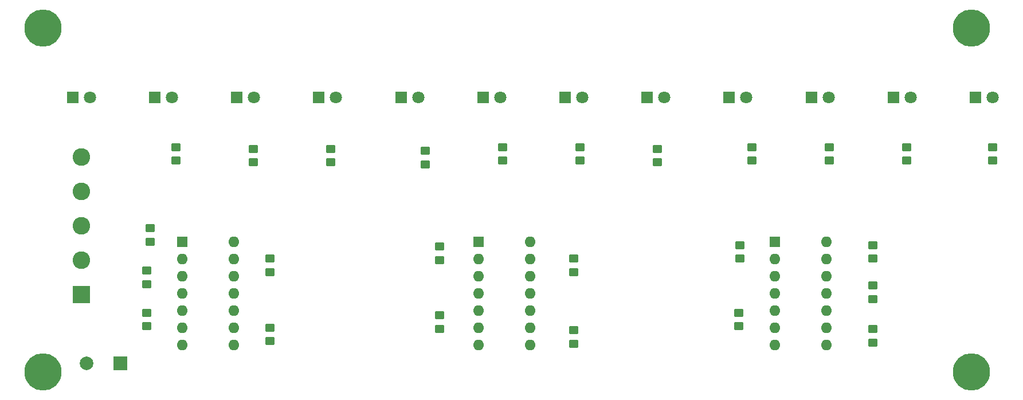
<source format=gbr>
%TF.GenerationSoftware,KiCad,Pcbnew,8.0.3*%
%TF.CreationDate,2024-07-16T13:50:52-06:00*%
%TF.ProjectId,SolarTelescope_LED_PCB,536f6c61-7254-4656-9c65-73636f70655f,1.0*%
%TF.SameCoordinates,Original*%
%TF.FileFunction,Soldermask,Top*%
%TF.FilePolarity,Negative*%
%FSLAX46Y46*%
G04 Gerber Fmt 4.6, Leading zero omitted, Abs format (unit mm)*
G04 Created by KiCad (PCBNEW 8.0.3) date 2024-07-16 13:50:52*
%MOMM*%
%LPD*%
G01*
G04 APERTURE LIST*
G04 Aperture macros list*
%AMRoundRect*
0 Rectangle with rounded corners*
0 $1 Rounding radius*
0 $2 $3 $4 $5 $6 $7 $8 $9 X,Y pos of 4 corners*
0 Add a 4 corners polygon primitive as box body*
4,1,4,$2,$3,$4,$5,$6,$7,$8,$9,$2,$3,0*
0 Add four circle primitives for the rounded corners*
1,1,$1+$1,$2,$3*
1,1,$1+$1,$4,$5*
1,1,$1+$1,$6,$7*
1,1,$1+$1,$8,$9*
0 Add four rect primitives between the rounded corners*
20,1,$1+$1,$2,$3,$4,$5,0*
20,1,$1+$1,$4,$5,$6,$7,0*
20,1,$1+$1,$6,$7,$8,$9,0*
20,1,$1+$1,$8,$9,$2,$3,0*%
G04 Aperture macros list end*
%ADD10RoundRect,0.250000X0.450000X-0.350000X0.450000X0.350000X-0.450000X0.350000X-0.450000X-0.350000X0*%
%ADD11RoundRect,0.250000X-0.450000X0.350000X-0.450000X-0.350000X0.450000X-0.350000X0.450000X0.350000X0*%
%ADD12R,1.800000X1.800000*%
%ADD13C,1.800000*%
%ADD14C,5.500000*%
%ADD15R,1.600000X1.600000*%
%ADD16O,1.600000X1.600000*%
%ADD17R,2.600000X2.600000*%
%ADD18C,2.600000*%
%ADD19R,2.000000X2.000000*%
%ADD20C,2.000000*%
G04 APERTURE END LIST*
D10*
%TO.C,R4*%
X103415000Y-93210000D03*
X103415000Y-91210000D03*
%TD*%
%TO.C,R8*%
X148215000Y-93210000D03*
X148215000Y-91210000D03*
%TD*%
D11*
%TO.C,R2*%
X85215000Y-99210000D03*
X85215000Y-101210000D03*
%TD*%
D12*
%TO.C,D6*%
X134858635Y-67410000D03*
D13*
X137398635Y-67410000D03*
%TD*%
D10*
%TO.C,R3*%
X103415000Y-103410000D03*
X103415000Y-101410000D03*
%TD*%
D12*
%TO.C,D12*%
X207595000Y-67410000D03*
D13*
X210135000Y-67410000D03*
%TD*%
D12*
%TO.C,D1*%
X74245000Y-67410000D03*
D13*
X76785000Y-67410000D03*
%TD*%
D14*
%TO.C,REF\u002A\u002A*%
X69850000Y-57150000D03*
%TD*%
%TO.C,REF\u002A\u002A*%
X207010000Y-57150000D03*
%TD*%
D10*
%TO.C,R22*%
X174575000Y-76730000D03*
X174575000Y-74730000D03*
%TD*%
%TO.C,R13*%
X192415000Y-91210000D03*
X192415000Y-89210000D03*
%TD*%
%TO.C,R24*%
X197435000Y-76730000D03*
X197435000Y-74730000D03*
%TD*%
%TO.C,R16*%
X100915000Y-77000000D03*
X100915000Y-75000000D03*
%TD*%
%TO.C,R15*%
X89485000Y-76730000D03*
X89485000Y-74730000D03*
%TD*%
D15*
%TO.C,U1*%
X90420000Y-88730000D03*
D16*
X90420000Y-91270000D03*
X90420000Y-93810000D03*
X90420000Y-96350000D03*
X90420000Y-98890000D03*
X90420000Y-101430000D03*
X90420000Y-103970000D03*
X98040000Y-103970000D03*
X98040000Y-101430000D03*
X98040000Y-98890000D03*
X98040000Y-96350000D03*
X98040000Y-93810000D03*
X98040000Y-91270000D03*
X98040000Y-88730000D03*
%TD*%
D11*
%TO.C,R9*%
X172815000Y-89210000D03*
X172815000Y-91210000D03*
%TD*%
D10*
%TO.C,R21*%
X160605000Y-77000000D03*
X160605000Y-75000000D03*
%TD*%
%TO.C,R18*%
X126315000Y-77270000D03*
X126315000Y-75270000D03*
%TD*%
D12*
%TO.C,D2*%
X86367727Y-67410000D03*
D13*
X88907727Y-67410000D03*
%TD*%
D10*
%TO.C,R25*%
X210135000Y-76730000D03*
X210135000Y-74730000D03*
%TD*%
D12*
%TO.C,D5*%
X122735908Y-67410000D03*
D13*
X125275908Y-67410000D03*
%TD*%
D10*
%TO.C,R19*%
X137745000Y-76730000D03*
X137745000Y-74730000D03*
%TD*%
D15*
%TO.C,U2*%
X134195000Y-88730000D03*
D16*
X134195000Y-91270000D03*
X134195000Y-93810000D03*
X134195000Y-96350000D03*
X134195000Y-98890000D03*
X134195000Y-101430000D03*
X134195000Y-103970000D03*
X141815000Y-103970000D03*
X141815000Y-101430000D03*
X141815000Y-98890000D03*
X141815000Y-96350000D03*
X141815000Y-93810000D03*
X141815000Y-91270000D03*
X141815000Y-88730000D03*
%TD*%
D10*
%TO.C,R7*%
X148215000Y-103810000D03*
X148215000Y-101810000D03*
%TD*%
%TO.C,R17*%
X112345000Y-77000000D03*
X112345000Y-75000000D03*
%TD*%
D12*
%TO.C,D10*%
X183349543Y-67410000D03*
D13*
X185889543Y-67410000D03*
%TD*%
D12*
%TO.C,D7*%
X146981362Y-67410000D03*
D13*
X149521362Y-67410000D03*
%TD*%
D11*
%TO.C,R10*%
X172615000Y-99210000D03*
X172615000Y-101210000D03*
%TD*%
D15*
%TO.C,U3*%
X177970000Y-88730000D03*
D16*
X177970000Y-91270000D03*
X177970000Y-93810000D03*
X177970000Y-96350000D03*
X177970000Y-98890000D03*
X177970000Y-101430000D03*
X177970000Y-103970000D03*
X185590000Y-103970000D03*
X185590000Y-101430000D03*
X185590000Y-98890000D03*
X185590000Y-96350000D03*
X185590000Y-93810000D03*
X185590000Y-91270000D03*
X185590000Y-88730000D03*
%TD*%
D11*
%TO.C,R5*%
X128415000Y-89410000D03*
X128415000Y-91410000D03*
%TD*%
D14*
%TO.C,REF\u002A\u002A*%
X207010000Y-107950000D03*
%TD*%
D12*
%TO.C,D11*%
X195472270Y-67410000D03*
D13*
X198012270Y-67410000D03*
%TD*%
D14*
%TO.C,REF\u002A\u002A*%
X69850000Y-107950000D03*
%TD*%
D10*
%TO.C,R14*%
X85675000Y-88700000D03*
X85675000Y-86700000D03*
%TD*%
%TO.C,R12*%
X192415000Y-97210000D03*
X192415000Y-95210000D03*
%TD*%
D11*
%TO.C,R1*%
X85215000Y-93010000D03*
X85215000Y-95010000D03*
%TD*%
%TO.C,R6*%
X128415000Y-99610000D03*
X128415000Y-101610000D03*
%TD*%
D12*
%TO.C,D3*%
X98490454Y-67410000D03*
D13*
X101030454Y-67410000D03*
%TD*%
D10*
%TO.C,R11*%
X192415000Y-103610000D03*
X192415000Y-101610000D03*
%TD*%
D12*
%TO.C,D4*%
X110613181Y-67410000D03*
D13*
X113153181Y-67410000D03*
%TD*%
D12*
%TO.C,D9*%
X171226816Y-67410000D03*
D13*
X173766816Y-67410000D03*
%TD*%
D10*
%TO.C,R20*%
X149175000Y-76730000D03*
X149175000Y-74730000D03*
%TD*%
D12*
%TO.C,D8*%
X159104089Y-67410000D03*
D13*
X161644089Y-67410000D03*
%TD*%
D10*
%TO.C,R23*%
X186005000Y-76730000D03*
X186005000Y-74730000D03*
%TD*%
D17*
%TO.C,J1*%
X75565000Y-96520000D03*
D18*
X75565000Y-91440000D03*
X75565000Y-86360000D03*
X75565000Y-81280000D03*
X75565000Y-76200000D03*
%TD*%
D19*
%TO.C,C1*%
X81280000Y-106680000D03*
D20*
X76280000Y-106680000D03*
%TD*%
M02*

</source>
